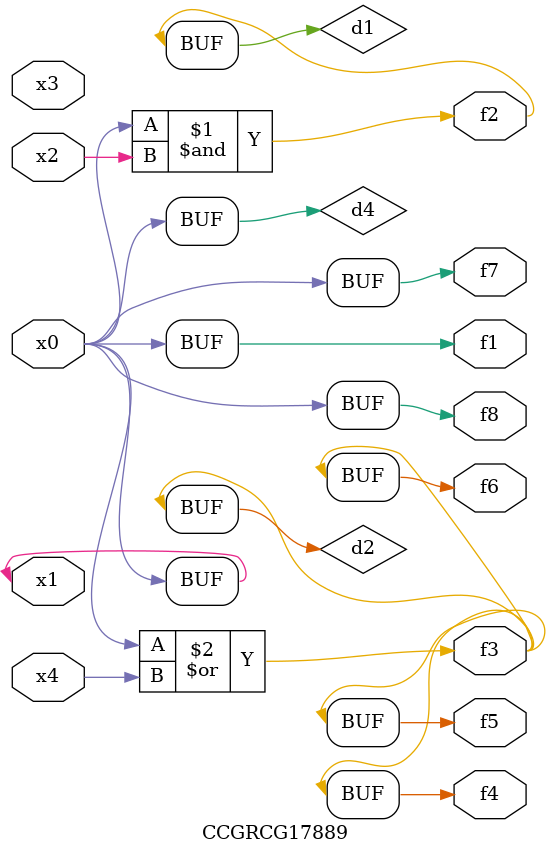
<source format=v>
module CCGRCG17889(
	input x0, x1, x2, x3, x4,
	output f1, f2, f3, f4, f5, f6, f7, f8
);

	wire d1, d2, d3, d4;

	and (d1, x0, x2);
	or (d2, x0, x4);
	nand (d3, x0, x2);
	buf (d4, x0, x1);
	assign f1 = d4;
	assign f2 = d1;
	assign f3 = d2;
	assign f4 = d2;
	assign f5 = d2;
	assign f6 = d2;
	assign f7 = d4;
	assign f8 = d4;
endmodule

</source>
